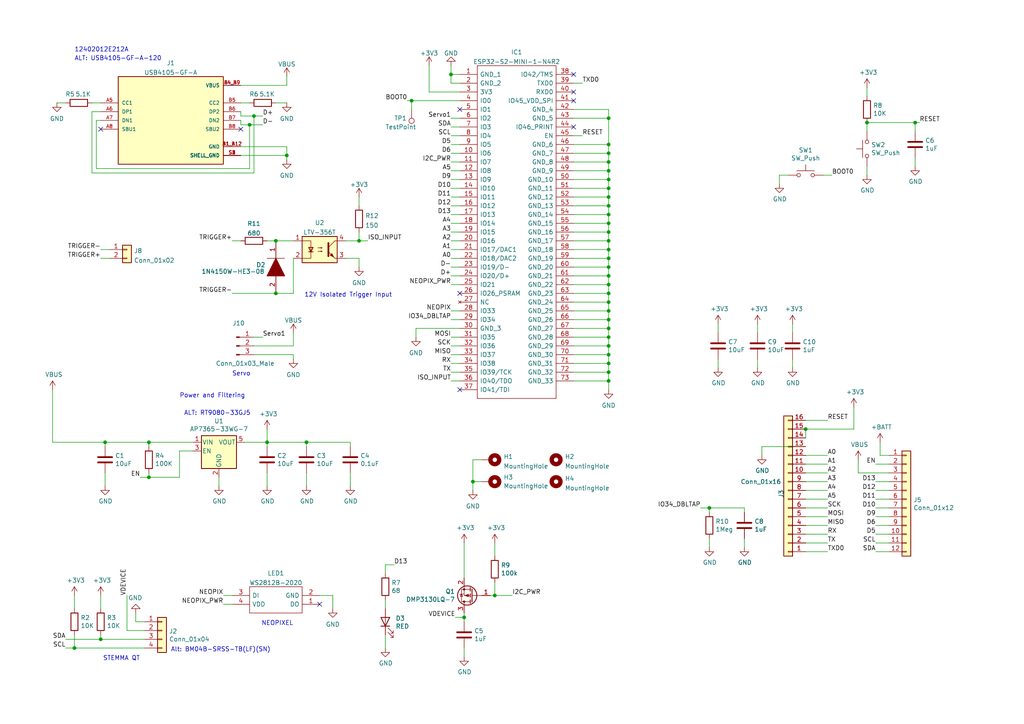
<source format=kicad_sch>
(kicad_sch (version 20211123) (generator eeschema)
  (paper "A4")
  (title_block (title "MiniMain ESP32-S2") (company "Department Of Alchemy") (comment 1 "Designer: Jesse Peterson") (comment 2 "Based On: Adafruit ESP32-S2 Feather"))
  (junction (at 73.66 33.655))
  (junction (at 176.53 57.15))
  (junction (at 176.53 107.95))
  (junction (at 176.53 74.93))
  (junction (at 176.53 110.49))
  (junction (at 176.53 59.69))
  (junction (at 119.38 29.21))
  (junction (at 72.39 36.195))
  (junction (at 137.16 139.7))
  (junction (at 176.53 72.39))
  (junction (at 176.53 85.09))
  (junction (at 176.53 105.41))
  (junction (at 77.47 128.27))
  (junction (at 176.53 52.07))
  (junction (at 88.9 128.27))
  (junction (at 30.48 128.27))
  (junction (at 265.43 35.56))
  (junction (at 176.53 46.99))
  (junction (at 80.01 69.85))
  (junction (at 176.53 95.25))
  (junction (at 176.53 92.71))
  (junction (at 176.53 82.55))
  (junction (at 205.74 147.32))
  (junction (at 176.53 64.77))
  (junction (at 176.53 67.31))
  (junction (at 176.53 41.91))
  (junction (at 176.53 77.47))
  (junction (at 176.53 69.85))
  (junction (at 176.53 49.53))
  (junction (at 43.18 128.27))
  (junction (at 104.14 69.85))
  (junction (at 176.53 80.01))
  (junction (at 176.53 44.45))
  (junction (at 176.53 90.17))
  (junction (at 176.53 97.79))
  (junction (at 43.18 138.43))
  (junction (at 176.53 100.33))
  (junction (at 233.68 124.46))
  (junction (at 134.62 179.07))
  (junction (at 83.185 45.085))
  (junction (at 143.51 172.72))
  (junction (at 176.53 34.29))
  (junction (at 176.53 87.63))
  (junction (at 176.53 54.61))
  (junction (at 21.59 187.96))
  (junction (at 80.01 85.09))
  (junction (at 251.46 35.56))
  (junction (at 176.53 102.87))
  (junction (at 29.21 185.42))
  (junction (at 176.53 62.23))
  (junction (at 130.81 21.59))
  (no_connect (at 69.85 37.465))
  (no_connect (at 29.21 37.465))
  (no_connect (at 92.71 175.26))
  (no_connect (at 133.35 85.09))
  (no_connect (at 133.35 31.75))
  (no_connect (at 166.37 21.59))
  (no_connect (at 166.37 26.67))
  (no_connect (at 166.37 36.83))
  (no_connect (at 166.37 29.21))
  (no_connect (at 133.35 113.03))
  (wire (pts (xy 248.92 137.16) (xy 248.92 133.35)))
  (wire (pts (xy 130.81 54.61) (xy 133.35 54.61)))
  (wire (pts (xy 251.46 50.8) (xy 251.46 48.26)))
  (wire (pts (xy 120.65 95.25) (xy 120.65 97.79)))
  (wire (pts (xy 240.03 139.7) (xy 233.68 139.7)))
  (wire (pts (xy 130.81 52.07) (xy 133.35 52.07)))
  (wire (pts (xy 85.09 74.93) (xy 85.09 85.09)))
  (wire (pts (xy 101.6 140.97) (xy 101.6 137.16)))
  (wire (pts (xy 130.81 80.01) (xy 133.35 80.01)))
  (wire (pts (xy 85.09 100.33) (xy 85.09 96.52)))
  (wire (pts (xy 176.53 97.79) (xy 176.53 100.33)))
  (wire (pts (xy 176.53 102.87) (xy 176.53 105.41)))
  (wire (pts (xy 15.24 113.03) (xy 15.24 128.27)))
  (wire (pts (xy 77.47 124.46) (xy 77.47 128.27)))
  (wire (pts (xy 240.03 137.16) (xy 233.68 137.16)))
  (wire (pts (xy 43.18 128.27) (xy 43.18 129.54)))
  (wire (pts (xy 176.53 77.47) (xy 176.53 80.01)))
  (wire (pts (xy 176.53 52.07) (xy 176.53 54.61)))
  (wire (pts (xy 176.53 85.09) (xy 176.53 87.63)))
  (wire (pts (xy 85.09 102.87) (xy 85.09 104.14)))
  (wire (pts (xy 21.59 187.96) (xy 19.05 187.96)))
  (wire (pts (xy 69.85 29.845) (xy 72.39 29.845)))
  (wire (pts (xy 254 144.78) (xy 257.81 144.78)))
  (wire (pts (xy 139.7 133.35) (xy 137.16 133.35)))
  (wire (pts (xy 166.37 77.47) (xy 176.53 77.47)))
  (wire (pts (xy 257.81 157.48) (xy 254 157.48)))
  (wire (pts (xy 166.37 72.39) (xy 176.53 72.39)))
  (wire (pts (xy 88.9 128.27) (xy 77.47 128.27)))
  (wire (pts (xy 30.48 140.97) (xy 30.48 137.16)))
  (wire (pts (xy 176.53 72.39) (xy 176.53 74.93)))
  (wire (pts (xy 130.81 90.17) (xy 133.35 90.17)))
  (wire (pts (xy 240.03 154.94) (xy 233.68 154.94)))
  (wire (pts (xy 134.62 187.96) (xy 134.62 190.5)))
  (wire (pts (xy 176.53 74.93) (xy 176.53 77.47)))
  (wire (pts (xy 100.33 74.93) (xy 104.14 74.93)))
  (wire (pts (xy 134.62 167.64) (xy 134.62 157.48)))
  (wire (pts (xy 176.53 57.15) (xy 176.53 59.69)))
  (wire (pts (xy 208.28 96.52) (xy 208.28 93.98)))
  (wire (pts (xy 104.14 67.31) (xy 104.14 69.85)))
  (wire (pts (xy 257.81 152.4) (xy 254 152.4)))
  (wire (pts (xy 226.06 53.34) (xy 226.06 50.8)))
  (wire (pts (xy 26.67 29.845) (xy 29.21 29.845)))
  (wire (pts (xy 104.14 74.93) (xy 104.14 77.47)))
  (wire (pts (xy 137.16 133.35) (xy 137.16 139.7)))
  (wire (pts (xy 240.03 144.78) (xy 233.68 144.78)))
  (wire (pts (xy 247.65 124.46) (xy 247.65 118.11)))
  (wire (pts (xy 166.37 85.09) (xy 176.53 85.09)))
  (wire (pts (xy 143.51 168.91) (xy 143.51 172.72)))
  (wire (pts (xy 101.6 129.54) (xy 101.6 128.27)))
  (wire (pts (xy 176.53 54.61) (xy 176.53 57.15)))
  (wire (pts (xy 55.88 128.27) (xy 43.18 128.27)))
  (wire (pts (xy 133.35 26.67) (xy 124.46 26.67)))
  (wire (pts (xy 176.53 41.91) (xy 176.53 44.45)))
  (wire (pts (xy 83.185 22.225) (xy 83.185 24.765)))
  (wire (pts (xy 166.37 44.45) (xy 176.53 44.45)))
  (wire (pts (xy 130.81 110.49) (xy 133.35 110.49)))
  (wire (pts (xy 240.03 121.92) (xy 233.68 121.92)))
  (wire (pts (xy 130.81 57.15) (xy 133.35 57.15)))
  (wire (pts (xy 92.71 172.72) (xy 96.52 172.72)))
  (wire (pts (xy 254 134.62) (xy 257.81 134.62)))
  (wire (pts (xy 241.3 50.8) (xy 238.76 50.8)))
  (wire (pts (xy 29.21 34.925) (xy 27.94 34.925)))
  (wire (pts (xy 67.31 85.09) (xy 80.01 85.09)))
  (wire (pts (xy 130.81 24.13) (xy 133.35 24.13)))
  (wire (pts (xy 26.67 32.385) (xy 26.67 50.165)))
  (wire (pts (xy 41.91 180.34) (xy 39.37 180.34)))
  (wire (pts (xy 132.08 179.07) (xy 134.62 179.07)))
  (wire (pts (xy 176.53 46.99) (xy 176.53 49.53)))
  (wire (pts (xy 118.11 29.21) (xy 119.38 29.21)))
  (wire (pts (xy 166.37 67.31) (xy 176.53 67.31)))
  (wire (pts (xy 166.37 69.85) (xy 176.53 69.85)))
  (wire (pts (xy 143.51 161.29) (xy 143.51 157.48)))
  (wire (pts (xy 29.21 32.385) (xy 26.67 32.385)))
  (wire (pts (xy 166.37 82.55) (xy 176.53 82.55)))
  (wire (pts (xy 130.81 19.05) (xy 130.81 21.59)))
  (wire (pts (xy 176.53 69.85) (xy 176.53 72.39)))
  (wire (pts (xy 208.28 104.14) (xy 208.28 106.68)))
  (wire (pts (xy 176.53 31.75) (xy 176.53 34.29)))
  (wire (pts (xy 229.87 96.52) (xy 229.87 93.98)))
  (wire (pts (xy 72.39 48.895) (xy 72.39 36.195)))
  (wire (pts (xy 166.37 24.13) (xy 168.91 24.13)))
  (wire (pts (xy 21.59 184.15) (xy 21.59 187.96)))
  (wire (pts (xy 257.81 142.24) (xy 254 142.24)))
  (wire (pts (xy 166.37 64.77) (xy 176.53 64.77)))
  (wire (pts (xy 124.46 26.67) (xy 124.46 19.05)))
  (wire (pts (xy 130.81 62.23) (xy 133.35 62.23)))
  (wire (pts (xy 80.01 69.85) (xy 85.09 69.85)))
  (wire (pts (xy 166.37 87.63) (xy 176.53 87.63)))
  (wire (pts (xy 176.53 90.17) (xy 176.53 92.71)))
  (wire (pts (xy 130.81 21.59) (xy 133.35 21.59)))
  (wire (pts (xy 166.37 97.79) (xy 176.53 97.79)))
  (wire (pts (xy 166.37 41.91) (xy 176.53 41.91)))
  (wire (pts (xy 69.85 42.545) (xy 83.185 42.545)))
  (wire (pts (xy 130.81 72.39) (xy 133.35 72.39)))
  (wire (pts (xy 166.37 107.95) (xy 176.53 107.95)))
  (wire (pts (xy 176.53 34.29) (xy 176.53 41.91)))
  (wire (pts (xy 69.85 24.765) (xy 83.185 24.765)))
  (wire (pts (xy 69.85 45.085) (xy 83.185 45.085)))
  (wire (pts (xy 43.18 138.43) (xy 52.07 138.43)))
  (wire (pts (xy 176.53 95.25) (xy 176.53 97.79)))
  (wire (pts (xy 130.81 74.93) (xy 133.35 74.93)))
  (wire (pts (xy 52.07 130.81) (xy 55.88 130.81)))
  (wire (pts (xy 43.18 138.43) (xy 43.18 137.16)))
  (wire (pts (xy 176.53 105.41) (xy 176.53 107.95)))
  (wire (pts (xy 73.66 100.33) (xy 85.09 100.33)))
  (wire (pts (xy 166.37 34.29) (xy 176.53 34.29)))
  (wire (pts (xy 166.37 110.49) (xy 176.53 110.49)))
  (wire (pts (xy 73.66 33.655) (xy 76.2 33.655)))
  (wire (pts (xy 215.9 148.59) (xy 215.9 147.32)))
  (wire (pts (xy 176.53 100.33) (xy 176.53 102.87)))
  (wire (pts (xy 100.33 69.85) (xy 104.14 69.85)))
  (wire (pts (xy 15.24 128.27) (xy 30.48 128.27)))
  (wire (pts (xy 80.01 29.845) (xy 83.185 29.845)))
  (wire (pts (xy 29.21 176.53) (xy 29.21 172.72)))
  (wire (pts (xy 130.81 36.83) (xy 133.35 36.83)))
  (wire (pts (xy 73.66 50.165) (xy 73.66 33.655)))
  (wire (pts (xy 257.81 132.08) (xy 255.27 132.08)))
  (wire (pts (xy 255.27 132.08) (xy 255.27 128.27)))
  (wire (pts (xy 240.03 160.02) (xy 233.68 160.02)))
  (wire (pts (xy 176.53 82.55) (xy 176.53 85.09)))
  (wire (pts (xy 27.94 34.925) (xy 27.94 48.895)))
  (wire (pts (xy 88.9 137.16) (xy 88.9 140.97)))
  (wire (pts (xy 130.81 97.79) (xy 133.35 97.79)))
  (wire (pts (xy 233.68 129.54) (xy 220.98 129.54)))
  (wire (pts (xy 73.66 97.79) (xy 76.2 97.79)))
  (wire (pts (xy 130.81 69.85) (xy 133.35 69.85)))
  (wire (pts (xy 166.37 100.33) (xy 176.53 100.33)))
  (wire (pts (xy 254 160.02) (xy 257.81 160.02)))
  (wire (pts (xy 77.47 137.16) (xy 77.47 140.97)))
  (wire (pts (xy 130.81 41.91) (xy 133.35 41.91)))
  (wire (pts (xy 36.83 172.72) (xy 36.83 182.88)))
  (wire (pts (xy 251.46 35.56) (xy 251.46 38.1)))
  (wire (pts (xy 215.9 147.32) (xy 205.74 147.32)))
  (wire (pts (xy 254 149.86) (xy 257.81 149.86)))
  (wire (pts (xy 166.37 90.17) (xy 176.53 90.17)))
  (wire (pts (xy 166.37 95.25) (xy 176.53 95.25)))
  (wire (pts (xy 266.7 35.56) (xy 265.43 35.56)))
  (wire (pts (xy 176.53 92.71) (xy 176.53 95.25)))
  (wire (pts (xy 130.81 102.87) (xy 133.35 102.87)))
  (wire (pts (xy 114.3 163.83) (xy 111.76 163.83)))
  (wire (pts (xy 71.12 128.27) (xy 77.47 128.27)))
  (wire (pts (xy 26.67 50.165) (xy 73.66 50.165)))
  (wire (pts (xy 229.87 104.14) (xy 229.87 106.68)))
  (wire (pts (xy 240.03 132.08) (xy 233.68 132.08)))
  (wire (pts (xy 205.74 156.21) (xy 205.74 158.75)))
  (wire (pts (xy 76.2 36.195) (xy 72.39 36.195)))
  (wire (pts (xy 254 139.7) (xy 257.81 139.7)))
  (wire (pts (xy 215.9 156.21) (xy 215.9 158.75)))
  (wire (pts (xy 104.14 57.15) (xy 104.14 59.69)))
  (wire (pts (xy 111.76 163.83) (xy 111.76 166.37)))
  (wire (pts (xy 119.38 29.21) (xy 133.35 29.21)))
  (wire (pts (xy 29.21 184.15) (xy 29.21 185.42)))
  (wire (pts (xy 166.37 92.71) (xy 176.53 92.71)))
  (wire (pts (xy 176.53 110.49) (xy 176.53 113.03)))
  (wire (pts (xy 130.81 100.33) (xy 133.35 100.33)))
  (wire (pts (xy 39.37 180.34) (xy 39.37 177.8)))
  (wire (pts (xy 134.62 179.07) (xy 134.62 177.8)))
  (wire (pts (xy 111.76 173.99) (xy 111.76 176.53)))
  (wire (pts (xy 29.21 72.39) (xy 31.75 72.39)))
  (wire (pts (xy 29.21 185.42) (xy 19.05 185.42)))
  (wire (pts (xy 73.66 33.655) (xy 69.85 33.655)))
  (wire (pts (xy 176.53 44.45) (xy 176.53 46.99)))
  (wire (pts (xy 220.98 129.54) (xy 220.98 132.08)))
  (wire (pts (xy 30.48 129.54) (xy 30.48 128.27)))
  (wire (pts (xy 137.16 139.7) (xy 137.16 142.24)))
  (wire (pts (xy 16.51 29.845) (xy 19.05 29.845)))
  (wire (pts (xy 36.83 182.88) (xy 41.91 182.88)))
  (wire (pts (xy 64.77 175.26) (xy 67.31 175.26)))
  (wire (pts (xy 137.16 139.7) (xy 139.7 139.7)))
  (wire (pts (xy 72.39 36.195) (xy 69.85 36.195)))
  (wire (pts (xy 257.81 147.32) (xy 254 147.32)))
  (wire (pts (xy 166.37 39.37) (xy 168.91 39.37)))
  (wire (pts (xy 233.68 127) (xy 233.68 124.46)))
  (wire (pts (xy 240.03 152.4) (xy 233.68 152.4)))
  (wire (pts (xy 166.37 49.53) (xy 176.53 49.53)))
  (wire (pts (xy 29.21 74.93) (xy 31.75 74.93)))
  (wire (pts (xy 130.81 92.71) (xy 133.35 92.71)))
  (wire (pts (xy 176.53 87.63) (xy 176.53 90.17)))
  (wire (pts (xy 119.38 29.21) (xy 119.38 31.75)))
  (wire (pts (xy 176.53 49.53) (xy 176.53 52.07)))
  (wire (pts (xy 77.47 128.27) (xy 77.47 129.54)))
  (wire (pts (xy 166.37 31.75) (xy 176.53 31.75)))
  (wire (pts (xy 64.77 172.72) (xy 67.31 172.72)))
  (wire (pts (xy 205.74 147.32) (xy 205.74 148.59)))
  (wire (pts (xy 166.37 54.61) (xy 176.53 54.61)))
  (wire (pts (xy 130.81 44.45) (xy 133.35 44.45)))
  (wire (pts (xy 203.2 147.32) (xy 205.74 147.32)))
  (wire (pts (xy 166.37 57.15) (xy 176.53 57.15)))
  (wire (pts (xy 96.52 172.72) (xy 96.52 176.53)))
  (wire (pts (xy 254 154.94) (xy 257.81 154.94)))
  (wire (pts (xy 176.53 64.77) (xy 176.53 67.31)))
  (wire (pts (xy 166.37 52.07) (xy 176.53 52.07)))
  (wire (pts (xy 63.5 140.97) (xy 63.5 138.43)))
  (wire (pts (xy 142.24 172.72) (xy 143.51 172.72)))
  (wire (pts (xy 240.03 147.32) (xy 233.68 147.32)))
  (wire (pts (xy 69.85 33.655) (xy 69.85 32.385)))
  (wire (pts (xy 130.81 59.69) (xy 133.35 59.69)))
  (wire (pts (xy 240.03 149.86) (xy 233.68 149.86)))
  (wire (pts (xy 30.48 128.27) (xy 43.18 128.27)))
  (wire (pts (xy 265.43 35.56) (xy 251.46 35.56)))
  (wire (pts (xy 133.35 95.25) (xy 120.65 95.25)))
  (wire (pts (xy 166.37 105.41) (xy 176.53 105.41)))
  (wire (pts (xy 21.59 176.53) (xy 21.59 172.72)))
  (wire (pts (xy 134.62 180.34) (xy 134.62 179.07)))
  (wire (pts (xy 77.47 69.85) (xy 80.01 69.85)))
  (wire (pts (xy 219.71 96.52) (xy 219.71 93.98)))
  (wire (pts (xy 130.81 67.31) (xy 133.35 67.31)))
  (wire (pts (xy 143.51 172.72) (xy 148.59 172.72)))
  (wire (pts (xy 130.81 39.37) (xy 133.35 39.37)))
  (wire (pts (xy 130.81 105.41) (xy 133.35 105.41)))
  (wire (pts (xy 240.03 142.24) (xy 233.68 142.24)))
  (wire (pts (xy 265.43 48.26) (xy 265.43 45.72)))
  (wire (pts (xy 111.76 184.15) (xy 111.76 187.96)))
  (wire (pts (xy 219.71 104.14) (xy 219.71 106.68)))
  (wire (pts (xy 69.85 36.195) (xy 69.85 34.925)))
  (wire (pts (xy 101.6 128.27) (xy 88.9 128.27)))
  (wire (pts (xy 240.03 134.62) (xy 233.68 134.62)))
  (wire (pts (xy 130.81 107.95) (xy 133.35 107.95)))
  (wire (pts (xy 130.81 46.99) (xy 133.35 46.99)))
  (wire (pts (xy 176.53 80.01) (xy 176.53 82.55)))
  (wire (pts (xy 27.94 48.895) (xy 72.39 48.895)))
  (wire (pts (xy 83.185 45.085) (xy 83.185 46.355)))
  (wire (pts (xy 176.53 62.23) (xy 176.53 64.77)))
  (wire (pts (xy 130.81 77.47) (xy 133.35 77.47)))
  (wire (pts (xy 265.43 38.1) (xy 265.43 35.56)))
  (wire (pts (xy 130.81 34.29) (xy 133.35 34.29)))
  (wire (pts (xy 166.37 46.99) (xy 176.53 46.99)))
  (wire (pts (xy 104.14 69.85) (xy 106.68 69.85)))
  (wire (pts (xy 176.53 59.69) (xy 176.53 62.23)))
  (wire (pts (xy 85.09 85.09) (xy 80.01 85.09)))
  (wire (pts (xy 130.81 82.55) (xy 133.35 82.55)))
  (wire (pts (xy 83.185 42.545) (xy 83.185 45.085)))
  (wire (pts (xy 73.66 102.87) (xy 85.09 102.87)))
  (wire (pts (xy 130.81 64.77) (xy 133.35 64.77)))
  (wire (pts (xy 41.91 185.42) (xy 29.21 185.42)))
  (wire (pts (xy 130.81 49.53) (xy 133.35 49.53)))
  (wire (pts (xy 166.37 62.23) (xy 176.53 62.23)))
  (wire (pts (xy 176.53 107.95) (xy 176.53 110.49)))
  (wire (pts (xy 67.31 69.85) (xy 69.85 69.85)))
  (wire (pts (xy 166.37 80.01) (xy 176.53 80.01)))
  (wire (pts (xy 226.06 50.8) (xy 228.6 50.8)))
  (wire (pts (xy 251.46 25.4) (xy 251.46 27.94)))
  (wire (pts (xy 130.81 21.59) (xy 130.81 24.13)))
  (wire (pts (xy 40.64 138.43) (xy 43.18 138.43)))
  (wire (pts (xy 240.03 157.48) (xy 233.68 157.48)))
  (wire (pts (xy 166.37 59.69) (xy 176.53 59.69)))
  (wire (pts (xy 233.68 124.46) (xy 247.65 124.46)))
  (wire (pts (xy 52.07 138.43) (xy 52.07 130.81)))
  (wire (pts (xy 88.9 129.54) (xy 88.9 128.27)))
  (wire (pts (xy 257.81 137.16) (xy 248.92 137.16)))
  (wire (pts (xy 166.37 102.87) (xy 176.53 102.87)))
  (wire (pts (xy 166.37 74.93) (xy 176.53 74.93)))
  (wire (pts (xy 41.91 187.96) (xy 21.59 187.96)))
  (wire (pts (xy 176.53 67.31) (xy 176.53 69.85)))
  (text "Alt: BM04B-SRSS-TB(LF)(SN)" (at 49.53 189.23 0) (effects (font (size 1.27 1.27)) (justify left bottom)))
  (text "ALT: RT9080-33GJ5" (at 53.34 120.65 0) (effects (font (size 1.27 1.27)) (justify left bottom)))
  (text "NEOPIXEL" (at 85.09 181.61 180) (effects (font (size 1.27 1.27)) (justify right bottom)))
  (text "12402012E212A" (at 21.59 15.24 0) (effects (font (size 1.27 1.27)) (justify left bottom)))
  (text "12V Isolated Trigger Input" (at 88.265 86.36 0) (effects (font (size 1.27 1.27)) (justify left bottom)))
  (text "ALT: USB4105-GF-A-120" (at 21.59 17.78 0) (effects (font (size 1.27 1.27)) (justify left bottom)))
  (text "STEMMA QT" (at 40.64 191.77 180) (effects (font (size 1.27 1.27)) (justify right bottom)))
  (text "Servo" (at 67.31 109.22 0) (effects (font (size 1.27 1.27)) (justify left bottom)))
  (text "Power and Filtering" (at 52.07 115.57 0) (effects (font (size 1.27 1.27)) (justify left bottom)))
  (label "RX" (at 240.03 154.94 0))
  (label "SDA" (at 19.05 185.42 180))
  (label "SCL" (at 130.81 39.37 180))
  (label "D+" (at 76.2 33.655 0))
  (label "A4" (at 240.03 142.24 0))
  (label "RESET" (at 266.7 35.56 0))
  (label "A5" (at 240.03 144.78 0))
  (label "IO34_DBLTAP" (at 130.81 92.71 180))
  (label "MISO" (at 130.81 102.87 180))
  (label "D-" (at 130.81 77.47 180))
  (label "ISO_INPUT" (at 130.81 110.49 180))
  (label "RESET" (at 240.03 121.92 0))
  (label "NEOPIX_PWR" (at 64.77 175.26 180))
  (label "D12" (at 254 142.24 180))
  (label "A5" (at 130.81 49.53 180))
  (label "SCK" (at 240.03 147.32 0))
  (label "D13" (at 114.3 163.83 0))
  (label "D11" (at 130.81 57.15 180))
  (label "D5" (at 130.81 41.91 180))
  (label "TRIGGER+" (at 67.31 69.85 180))
  (label "D9" (at 254 149.86 180))
  (label "IO34_DBLTAP" (at 203.2 147.32 180))
  (label "BOOT0" (at 241.3 50.8 0))
  (label "D5" (at 254 154.94 180))
  (label "A2" (at 130.81 69.85 180))
  (label "A3" (at 130.81 67.31 180))
  (label "D13" (at 254 139.7 180))
  (label "I2C_PWR" (at 148.59 172.72 0))
  (label "EN" (at 40.64 138.43 180))
  (label "A2" (at 240.03 137.16 0))
  (label "RX" (at 130.81 105.41 180))
  (label "SDA" (at 130.81 36.83 180))
  (label "A4" (at 130.81 64.77 180))
  (label "D-" (at 76.2 36.195 0))
  (label "NEOPIX_PWR" (at 130.81 82.55 180))
  (label "TRIGGER+" (at 29.21 74.93 180))
  (label "NEOPIX" (at 130.81 90.17 180))
  (label "BOOT0" (at 118.11 29.21 180))
  (label "MOSI" (at 130.81 97.79 180))
  (label "A0" (at 130.81 74.93 180))
  (label "Servo1" (at 130.81 34.29 180))
  (label "SCK" (at 130.81 100.33 180))
  (label "TX" (at 130.81 107.95 180))
  (label "SDA" (at 254 160.02 180))
  (label "TRIGGER-" (at 67.31 85.09 180))
  (label "TX" (at 240.03 157.48 0))
  (label "MOSI" (at 240.03 149.86 0))
  (label "MISO" (at 240.03 152.4 0))
  (label "D11" (at 254 144.78 180))
  (label "D10" (at 130.81 54.61 180))
  (label "RESET" (at 168.91 39.37 0))
  (label "SCL" (at 19.05 187.96 180))
  (label "VDEVICE" (at 36.83 172.72 90))
  (label "ISO_INPUT" (at 106.68 69.85 0))
  (label "VDEVICE" (at 132.08 179.07 180))
  (label "A0" (at 240.03 132.08 0))
  (label "EN" (at 254 134.62 180))
  (label "D+" (at 130.81 80.01 180))
  (label "SCL" (at 254 157.48 180))
  (label "NEOPIX" (at 64.77 172.72 180))
  (label "A3" (at 240.03 139.7 0))
  (label "D6" (at 254 152.4 180))
  (label "A1" (at 240.03 134.62 0))
  (label "TXD0" (at 168.91 24.13 0))
  (label "D12" (at 130.81 59.69 180))
  (label "TRIGGER-" (at 29.21 72.39 180))
  (label "TXD0" (at 240.03 160.02 0))
  (label "D9" (at 130.81 52.07 180))
  (label "D10" (at 254 147.32 180))
  (label "D13" (at 130.81 62.23 180))
  (label "Servo1" (at 76.2 97.79 0))
  (label "A1" (at 130.81 72.39 180))
  (label "D6" (at 130.81 44.45 180))
  (label "I2C_PWR" (at 130.81 46.99 180))
  (symbol (lib_id "Connector_Generic:Conn_01x12") (at 262.89 144.78 0) (unit 1)
    (property "Reference" "J5" (at 264.922 144.9832 0) (effects (justify left)))
    (property "Value" "Conn_01x12" (at 264.922 147.2946 0) (effects (justify left)))
    (property "Footprint" "doa-footprint-library:PinHeaderPlain_1x12_P2.54mm_Vertical" (effects hide))
  )
  (symbol (lib_id "Connector_Generic:Conn_01x16") (at 228.6 142.24 180) (unit 1)
    (property "Reference" "J3" (at 226.568 142.0368 90) (effects (justify left)))
    (property "Value" "Conn_01x16" (at 226.568 139.7254 0) (effects (justify left)))
    (property "Footprint" "doa-footprint-library:PinHeaderPlain_1x16_P2.54mm_Vertical" (effects hide))
  )
  (symbol (lib_id "power:GND") (at 220.98 132.08 0) (unit 1)
    (property "Reference" "#PWR0101" (effects hide))
    (property "Value" "GND" (at 221.107 136.4742 0))
  )
  (symbol (lib_id "power:+3.3V") (at 247.65 118.11 0) (unit 1)
    (property "Reference" "#PWR0102" (effects hide))
    (property "Value" "+3.3V" (at 248.031 113.7158 0))
  )
  (symbol (lib_id "power:+BATT") (at 255.27 128.27 0) (unit 1)
    (property "Reference" "#PWR0103" (effects hide))
    (property "Value" "+BATT" (at 255.651 123.8758 0))
  )
  (symbol (lib_id "power:VBUS") (at 248.92 133.35 0) (unit 1)
    (property "Reference" "#PWR0104" (effects hide))
    (property "Value" "VBUS" (at 249.301 128.9558 0))
  )
  (symbol (lib_id "Connector_Generic:Conn_01x04") (at 46.99 182.88 0) (unit 1)
    (property "Reference" "J2" (at 49.022 183.0832 0) (effects (justify left)))
    (property "Value" "Conn_01x04" (at 49.022 185.3946 0) (effects (justify left)))
    (property "Footprint" "Connector_JST:JST_SH_BM04B-SRSS-TB_1x04-1MP_P1.00mm_Vertical" (effects hide))
  )
  (symbol (lib_id "power:GND") (at 39.37 177.8 180) (unit 1)
    (property "Reference" "#PWR0105" (effects hide))
    (property "Value" "GND" (at 39.243 173.4058 0))
  )
  (symbol (lib_id "Device:R") (at 21.59 180.34 0) (unit 1)
    (property "Reference" "R2" (at 23.368 179.1716 0) (effects (justify left)))
    (property "Value" "10K" (at 23.368 181.483 0) (effects (justify left)))
    (property "Footprint" "Resistor_SMD:R_0603_1608Metric" (effects hide))
  )
  (symbol (lib_id "Device:R") (at 29.21 180.34 0) (unit 1)
    (property "Reference" "R3" (at 30.988 179.1716 0) (effects (justify left)))
    (property "Value" "10K" (at 30.988 181.483 0) (effects (justify left)))
    (property "Footprint" "Resistor_SMD:R_0603_1608Metric" (effects hide))
  )
  (symbol (lib_id "power:+3.3V") (at 21.59 172.72 0) (unit 1)
    (property "Reference" "#PWR0106" (effects hide))
    (property "Value" "+3.3V" (at 21.971 168.3258 0))
  )
  (symbol (lib_id "power:+3.3V") (at 29.21 172.72 0) (unit 1)
    (property "Reference" "#PWR0107" (effects hide))
    (property "Value" "+3.3V" (at 29.591 168.3258 0))
  )
  (symbol (lib_id "power:GND") (at 111.76 187.96 0) (unit 1)
    (property "Reference" "#PWR0109" (effects hide))
    (property "Value" "GND" (at 111.887 192.3542 0))
  )
  (symbol (lib_id "Device:LED") (at 111.76 180.34 90) (unit 1)
    (property "Reference" "D3" (at 114.7572 179.3494 90) (effects (justify right)))
    (property "Value" "RED" (at 114.7572 181.6608 90) (effects (justify right)))
    (property "Footprint" "LED_SMD:LED_0603_1608Metric" (effects hide))
  )
  (symbol (lib_id "Device:R") (at 111.76 170.18 0) (unit 1)
    (property "Reference" "R7" (at 113.538 169.0116 0) (effects (justify left)))
    (property "Value" "68" (at 113.538 171.323 0) (effects (justify left)))
    (property "Footprint" "Resistor_SMD:R_0603_1608Metric" (effects hide))
  )
  (symbol (lib_id "Device:R") (at 205.74 152.4 0) (unit 1)
    (property "Reference" "R10" (at 207.518 151.2316 0) (effects (justify left)))
    (property "Value" "1Meg" (at 207.518 153.543 0) (effects (justify left)))
    (property "Footprint" "Resistor_SMD:R_0603_1608Metric" (effects hide))
  )
  (symbol (lib_id "Device:C") (at 215.9 152.4 0) (unit 1)
    (property "Reference" "C8" (at 218.821 151.2316 0) (effects (justify left)))
    (property "Value" "1uF" (at 218.821 153.543 0) (effects (justify left)))
    (property "Footprint" "Capacitor_SMD:C_0603_1608Metric" (effects hide))
  )
  (symbol (lib_id "power:GND") (at 205.74 158.75 0) (unit 1)
    (property "Reference" "#PWR0112" (effects hide))
    (property "Value" "GND" (at 205.867 163.1442 0))
  )
  (symbol (lib_id "power:GND") (at 215.9 158.75 0) (unit 1)
    (property "Reference" "#PWR0113" (effects hide))
    (property "Value" "GND" (at 216.027 163.1442 0))
  )
  (symbol (lib_id "Device:C") (at 208.28 100.33 0) (unit 1)
    (property "Reference" "C7" (at 211.201 99.1616 0) (effects (justify left)))
    (property "Value" "10uF" (at 211.201 101.473 0) (effects (justify left)))
    (property "Footprint" "Capacitor_SMD:C_0402_1005Metric" (effects hide))
  )
  (symbol (lib_id "Device:C") (at 219.71 100.33 0) (unit 1)
    (property "Reference" "C9" (at 222.631 99.1616 0) (effects (justify left)))
    (property "Value" "10uF" (at 222.631 101.473 0) (effects (justify left)))
    (property "Footprint" "Capacitor_SMD:C_0603_1608Metric" (effects hide))
  )
  (symbol (lib_id "Device:C") (at 229.87 100.33 0) (unit 1)
    (property "Reference" "C10" (at 232.791 99.1616 0) (effects (justify left)))
    (property "Value" "1uF" (at 232.791 101.473 0) (effects (justify left)))
    (property "Footprint" "Capacitor_SMD:C_0603_1608Metric" (effects hide))
  )
  (symbol (lib_id "power:+3.3V") (at 208.28 93.98 0) (unit 1)
    (property "Reference" "#PWR0114" (effects hide))
    (property "Value" "+3.3V" (at 208.661 89.5858 0))
  )
  (symbol (lib_id "power:+3.3V") (at 219.71 93.98 0) (unit 1)
    (property "Reference" "#PWR0115" (effects hide))
    (property "Value" "+3.3V" (at 220.091 89.5858 0))
  )
  (symbol (lib_id "power:+3.3V") (at 229.87 93.98 0) (unit 1)
    (property "Reference" "#PWR0116" (effects hide))
    (property "Value" "+3.3V" (at 230.251 89.5858 0))
  )
  (symbol (lib_id "power:GND") (at 208.28 106.68 0) (unit 1)
    (property "Reference" "#PWR0117" (effects hide))
    (property "Value" "GND" (at 208.407 111.0742 0))
  )
  (symbol (lib_id "power:GND") (at 219.71 106.68 0) (unit 1)
    (property "Reference" "#PWR0118" (effects hide))
    (property "Value" "GND" (at 219.837 111.0742 0))
  )
  (symbol (lib_id "power:GND") (at 229.87 106.68 0) (unit 1)
    (property "Reference" "#PWR0119" (effects hide))
    (property "Value" "GND" (at 229.997 111.0742 0))
  )
  (symbol (lib_id "Switch:SW_Push") (at 233.68 50.8 0) (unit 1)
    (property "Reference" "SW1" (at 233.68 43.561 0))
    (property "Value" "SW_Push" (at 233.68 45.8724 0))
    (property "Footprint" "Button_Switch_SMD:SW_Push_1P1T_NO_CK_KMR2" (effects hide))
  )
  (symbol (lib_id "power:GND") (at 226.06 53.34 0) (unit 1)
    (property "Reference" "#PWR0124" (effects hide))
    (property "Value" "GND" (at 226.187 57.7342 0))
  )
  (symbol (lib_id "Switch:SW_Push") (at 251.46 43.18 90) (unit 1)
    (property "Reference" "SW2" (at 252.6792 42.0116 90) (effects (justify right)))
    (property "Value" "SW_Push" (at 252.6792 44.323 90) (effects (justify right)))
    (property "Footprint" "Button_Switch_SMD:SW_Push_1P1T_NO_CK_KMR2" (effects hide))
  )
  (symbol (lib_id "power:GND") (at 251.46 50.8 0) (unit 1)
    (property "Reference" "#PWR0125" (effects hide))
    (property "Value" "GND" (at 251.587 55.1942 0))
  )
  (symbol (lib_id "Device:R") (at 251.46 31.75 0) (unit 1)
    (property "Reference" "R8" (at 253.238 30.5816 0) (effects (justify left)))
    (property "Value" "10K" (at 253.238 32.893 0) (effects (justify left)))
    (property "Footprint" "Resistor_SMD:R_0603_1608Metric" (effects hide))
  )
  (symbol (lib_id "power:+3.3V") (at 251.46 25.4 0) (unit 1)
    (property "Reference" "#PWR0126" (effects hide))
    (property "Value" "+3.3V" (at 251.841 21.0058 0))
  )
  (symbol (lib_id "Device:C") (at 265.43 41.91 0) (unit 1)
    (property "Reference" "C6" (at 268.351 40.7416 0) (effects (justify left)))
    (property "Value" "1uF" (at 268.351 43.053 0) (effects (justify left)))
    (property "Footprint" "Capacitor_SMD:C_0603_1608Metric" (effects hide))
  )
  (symbol (lib_id "power:GND") (at 265.43 48.26 0) (unit 1)
    (property "Reference" "#PWR0127" (effects hide))
    (property "Value" "GND" (at 265.557 52.6542 0))
  )
  (symbol (lib_id "Regulator_Linear:AP2112K-3.3") (at 63.5 130.81 0) (unit 1)
    (property "Reference" "U1" (at 63.5 122.1232 0))
    (property "Value" "AP7365-33WG-7" (at 63.5 124.4346 0))
    (property "Footprint" "Package_TO_SOT_SMD:SOT-23-5" (effects hide))
    (property "Datasheet" "https://www.diodes.com/assets/Datasheets/AP2112.pdf" (effects hide))
  )
  (symbol (lib_id "Device:R") (at 43.18 133.35 0) (unit 1)
    (property "Reference" "R4" (at 44.958 132.1816 0) (effects (justify left)))
    (property "Value" "100K" (at 44.958 134.493 0) (effects (justify left)))
    (property "Footprint" "Resistor_SMD:R_0603_1608Metric" (effects hide))
  )
  (symbol (lib_id "power:GND") (at 63.5 140.97 0) (unit 1)
    (property "Reference" "#PWR0128" (effects hide))
    (property "Value" "GND" (at 63.627 145.3642 0))
  )
  (symbol (lib_id "power:VBUS") (at 15.24 113.03 0) (unit 1)
    (property "Reference" "#PWR0129" (effects hide))
    (property "Value" "VBUS" (at 15.621 108.6358 0))
  )
  (symbol (lib_id "Device:C") (at 30.48 133.35 0) (unit 1)
    (property "Reference" "C1" (at 33.401 132.1816 0) (effects (justify left)))
    (property "Value" "10uF" (at 33.401 134.493 0) (effects (justify left)))
    (property "Footprint" "Capacitor_SMD:C_0603_1608Metric" (effects hide))
  )
  (symbol (lib_id "power:GND") (at 30.48 140.97 0) (unit 1)
    (property "Reference" "#PWR0131" (effects hide))
    (property "Value" "GND" (at 30.607 145.3642 0))
  )
  (symbol (lib_id "Device:C") (at 77.47 133.35 0) (unit 1)
    (property "Reference" "C2" (at 80.391 132.1816 0) (effects (justify left)))
    (property "Value" "10uF" (at 80.391 134.493 0) (effects (justify left)))
    (property "Footprint" "Capacitor_SMD:C_0603_1608Metric" (effects hide))
  )
  (symbol (lib_id "power:GND") (at 77.47 140.97 0) (unit 1)
    (property "Reference" "#PWR0132" (effects hide))
    (property "Value" "GND" (at 77.597 145.3642 0))
  )
  (symbol (lib_id "power:+3.3V") (at 77.47 124.46 0) (unit 1)
    (property "Reference" "#PWR0133" (effects hide))
    (property "Value" "+3.3V" (at 77.851 120.0658 0))
  )
  (symbol (lib_id "Device:C") (at 88.9 133.35 0) (unit 1)
    (property "Reference" "C3" (at 91.821 132.1816 0) (effects (justify left)))
    (property "Value" "10uF" (at 91.821 134.493 0) (effects (justify left)))
    (property "Footprint" "Capacitor_SMD:C_0603_1608Metric" (effects hide))
  )
  (symbol (lib_id "power:GND") (at 88.9 140.97 0) (unit 1)
    (property "Reference" "#PWR0134" (effects hide))
    (property "Value" "GND" (at 89.027 145.3642 0))
  )
  (symbol (lib_id "Device:C") (at 101.6 133.35 0) (unit 1)
    (property "Reference" "C4" (at 104.521 132.1816 0) (effects (justify left)))
    (property "Value" "0.1uF" (at 104.521 134.493 0) (effects (justify left)))
    (property "Footprint" "Capacitor_SMD:C_0603_1608Metric" (effects hide))
  )
  (symbol (lib_id "power:GND") (at 101.6 140.97 0) (unit 1)
    (property "Reference" "#PWR0135" (effects hide))
    (property "Value" "GND" (at 101.727 145.3642 0))
  )
  (symbol (lib_id "Device:R") (at 143.51 165.1 0) (unit 1)
    (property "Reference" "R9" (at 145.288 163.9316 0) (effects (justify left)))
    (property "Value" "100k" (at 145.288 166.243 0) (effects (justify left)))
    (property "Footprint" "Resistor_SMD:R_0603_1608Metric" (effects hide))
  )
  (symbol (lib_id "power:+3.3V") (at 143.51 157.48 0) (unit 1)
    (property "Reference" "#PWR0138" (effects hide))
    (property "Value" "+3.3V" (at 143.891 153.0858 0))
  )
  (symbol (lib_id "power:+3.3V") (at 134.62 157.48 0) (unit 1)
    (property "Reference" "#PWR0139" (effects hide))
    (property "Value" "+3.3V" (at 135.001 153.0858 0))
  )
  (symbol (lib_id "Transistor_FET:AO3401A") (at 137.16 172.72 180) (unit 1)
    (property "Reference" "Q1" (at 131.953 171.5516 0) (effects (justify left)))
    (property "Value" "DMP3130LQ-7" (at 131.953 173.863 0) (effects (justify left)))
    (property "Footprint" "Package_TO_SOT_SMD:SOT-23" (effects hide))
    (property "Datasheet" "http://www.aosmd.com/pdfs/datasheet/AO3401A.pdf" (effects hide))
  )
  (symbol (lib_id "Device:C") (at 134.62 184.15 0) (unit 1)
    (property "Reference" "C5" (at 137.541 182.9816 0) (effects (justify left)))
    (property "Value" "1uF" (at 137.541 185.293 0) (effects (justify left)))
    (property "Footprint" "Capacitor_SMD:C_0603_1608Metric" (effects hide))
  )
  (symbol (lib_id "power:GND") (at 134.62 190.5 0) (unit 1)
    (property "Reference" "#PWR0140" (effects hide))
    (property "Value" "GND" (at 134.747 194.8942 0))
  )
  (symbol (lib_id "power:GND") (at 85.09 104.14 0) (unit 1)
    (property "Reference" "#PWR0147" (effects hide))
    (property "Value" "GND" (at 85.09 108.7025 0))
  )
  (symbol (lib_id "power:+3.3V") (at 124.46 19.05 0) (unit 1)
    (property "Reference" "#PWR0108" (effects hide))
    (property "Value" "+3.3V" (at 124.46 15.4455 0))
  )
  (symbol (lib_id "power:GND") (at 137.16 142.24 0) (unit 1)
    (property "Reference" "#PWR0130" (effects hide))
    (property "Value" "GND" (at 137.16 146.8025 0))
  )
  (symbol (lib_id "Connector:TestPoint") (at 119.38 31.75 180) (unit 1)
    (property "Reference" "TP1" (at 114.3 34.29 0) (effects (justify right)))
    (property "Value" "TestPoint" (at 111.76 36.83 0) (effects (justify right)))
    (property "Footprint" "TestPoint:TestPoint_Pad_D1.5mm" (effects hide))
  )
  (symbol (lib_id "power:VBUS") (at 85.09 96.52 0) (unit 1)
    (property "Reference" "#PWR0148" (effects hide))
    (property "Value" "VBUS" (at 85.09 92.9155 0))
  )
  (symbol (lib_id "Mechanical:MountingHole_Pad") (at 142.24 139.7 270) (unit 1)
    (property "Reference" "H3" (at 146.05 138.43 90) (effects (justify left)))
    (property "Value" "MountingHole" (at 146.05 140.97 90) (effects (justify left)))
    (property "Footprint" "MountingHole:MountingHole_2.7mm_M2.5_ISO14580_Pad" (effects hide))
  )
  (symbol (lib_id "Connector_Generic:Conn_01x02") (at 36.83 72.39 0) (unit 1)
    (property "Reference" "J8" (at 38.862 72.7515 0) (effects (justify left)))
    (property "Value" "Conn_01x02" (at 38.862 75.5266 0) (effects (justify left)))
    (property "Footprint" "doa-footprint-library:OSTVN02A150" (effects hide))
  )
  (symbol (lib_id "doa-symbol-library:WS2812B-2020") (at 67.31 172.72 0) (unit 1)
    (property "Reference" "LED1" (at 80.01 166.2643 0))
    (property "Value" "WS2812B-2020" (at 80.01 169.0394 0))
    (property "Footprint" "doa-footprint-library:WS2812B2020" (effects hide))
    (property "Datasheet" "https://www.alldatasheet.com/datasheet-pdf/pdf/1134522/WORLDSEMI/WS2812B-2020.html" (effects hide))
    (property "Description" "LED; SMD; 2020; RGB; 2x2x0.84mm; 3.75.3V; Lens: transparent; 2kHz" (effects hide))
    (property "Height" "0.84" (effects hide))
    (property "Manufacturer_Name" "Worldsemi" (effects hide))
    (property "Manufacturer_Part_Number" "WS2812B-2020" (effects hide))
  )
  (symbol (lib_id "power:GND") (at 96.52 176.53 0) (unit 1)
    (property "Reference" "#PWR0141" (effects hide))
    (property "Value" "GND" (at 96.52 181.0925 0))
  )
  (symbol (lib_id "Connector:Conn_01x03_Male") (at 68.58 100.33 0) (unit 1)
    (property "Reference" "J10" (at 69.215 93.7473 0))
    (property "Value" "Conn_01x03_Male" (at 71.12 105.41 0))
    (property "Footprint" "Connector_PinHeader_2.54mm:PinHeader_1x03_P2.54mm_Vertical" (effects hide))
  )
  (symbol (lib_id "Mechanical:MountingHole") (at 161.29 133.35 0) (unit 1)
    (property "Reference" "H2" (at 163.83 132.4415 0) (effects (justify left)))
    (property "Value" "MountingHole" (at 163.83 135.2166 0) (effects (justify left)))
    (property "Footprint" "MountingHole:MountingHole_2.7mm_M2.5_ISO14580" (effects hide))
  )
  (symbol (lib_id "Mechanical:MountingHole_Pad") (at 142.24 133.35 270) (unit 1)
    (property "Reference" "H1" (at 146.05 132.4415 90) (effects (justify left)))
    (property "Value" "MountingHole" (at 146.05 135.2166 90) (effects (justify left)))
    (property "Footprint" "MountingHole:MountingHole_2.7mm_M2.5_ISO14580_Pad" (effects hide))
  )
  (symbol (lib_id "doa-symbol-library:ESP32-S2-MINI-1-N4R2") (at 133.35 21.59 0) (unit 1)
    (property "Reference" "IC1" (at 149.86 15.1343 0))
    (property "Value" "ESP32-S2-MINI-1-N4R2" (at 149.86 17.9094 0))
    (property "Footprint" "doa-footprint-library:ESP32S2MINI1N4R2" (effects hide))
    (property "Datasheet" "https://cz.mouser.com/datasheet/2/891/esp32_s2_mini_1_esp32_s2_mini_1u_datasheet_en-1928084.pdf" (effects hide))
    (property "Description" "WiFi Modules - 802.11 SMD module, ESP32-S2FN4R2 with 4 MB flash die and 2 MB PSRAM die inside, PCB antenna" (effects hide))
    (property "Height" "2.55" (effects hide))
    (property "Manufacturer_Name" "Espressif Systems" (effects hide))
    (property "Manufacturer_Part_Number" "ESP32-S2-MINI-1-N4R2" (effects hide))
    (property "Mouser Part Number" "356-ESP32S2MINI1N4R2" (effects hide))
    (property "Mouser Price/Stock" "https://www.mouser.co.uk/ProductDetail/Espressif-Systems/ESP32-S2-MINI-1-N4R2?qs=iLbezkQI%252Bsgb61FCBnw%252B9A%3D%3D" (effects hide))
  )
  (symbol (lib_id "doa-symbol-library:USB4105-GF-A") (at 49.53 34.925 0) (unit 1)
    (property "Reference" "J1" (at 49.53 18.2585 0))
    (property "Value" "USB4105-GF-A" (at 49.53 21.0336 0))
    (property "Footprint" "doa-footprint-library:GCT_USB4105-GF-A" (effects hide))
    (property "STANDARD" "Manufacturer Recommendations" (effects hide))
    (property "MAXIMUM_PACKAGE_HEIGHT" "3.31 mm" (effects hide))
    (property "PARTREV" "A3" (effects hide))
    (property "MANUFACTURER" "GCT" (effects hide))
  )
  (symbol (lib_id "power:GND") (at 83.185 46.355 0) (unit 1)
    (property "Reference" "#PWR0122" (effects hide))
    (property "Value" "GND" (at 83.185 50.9175 0))
  )
  (symbol (lib_id "power:VBUS") (at 83.185 22.225 0) (unit 1)
    (property "Reference" "#PWR0120" (effects hide))
    (property "Value" "VBUS" (at 83.185 18.6205 0))
  )
  (symbol (lib_id "power:GND") (at 120.65 97.79 0) (unit 1)
    (property "Reference" "#PWR0111" (effects hide))
    (property "Value" "GND" (at 120.65 102.3525 0))
  )
  (symbol (lib_id "power:GND") (at 83.185 29.845 0) (unit 1)
    (property "Reference" "#PWR0123" (effects hide))
    (property "Value" "GND" (at 83.185 34.4075 0))
  )
  (symbol (lib_id "Mechanical:MountingHole") (at 161.29 139.7 0) (unit 1)
    (property "Reference" "H4" (at 163.83 138.7915 0) (effects (justify left)))
    (property "Value" "MountingHole" (at 163.83 141.5666 0) (effects (justify left)))
    (property "Footprint" "MountingHole:MountingHole_2.7mm_M2.5_ISO14580" (effects hide))
  )
  (symbol (lib_id "Isolator:LTV-356T") (at 92.71 72.39 0) (unit 1)
    (property "Reference" "U2" (at 92.71 64.6135 0))
    (property "Value" "LTV-356T" (at 92.71 67.3886 0))
    (property "Footprint" "Package_SO:SO-4_4.4x3.6mm_P2.54mm" (effects hide))
    (property "Datasheet" "http://optoelectronics.liteon.com/upload/download/DS70-2001-010/S_110_LTV-356T%2020140520.pdf" (effects hide))
  )
  (symbol (lib_id "power:GND") (at 176.53 113.03 0) (unit 1)
    (property "Reference" "#PWR0142" (effects hide))
    (property "Value" "GND" (at 176.53 117.5925 0))
  )
  (symbol (lib_id "Device:R") (at 22.86 29.845 270) (unit 1)
    (property "Reference" "R5" (at 20.32 27.305 90))
    (property "Value" "5.1K" (at 24.13 27.305 90))
    (property "Footprint" "Resistor_SMD:R_0603_1608Metric" (effects hide))
  )
  (symbol (lib_id "Device:R") (at 104.14 63.5 0) (unit 1)
    (property "Reference" "R12" (at 105.918 62.5915 0) (effects (justify left)))
    (property "Value" "150" (at 105.918 65.3666 0) (effects (justify left)))
    (property "Footprint" "Resistor_SMD:R_0603_1608Metric" (effects hide))
  )
  (symbol (lib_id "power:+3V3") (at 104.14 57.15 0) (unit 1)
    (property "Reference" "#PWR0146" (effects hide))
    (property "Value" "+3V3" (at 104.14 53.5455 0))
  )
  (symbol (lib_id "Device:R") (at 73.66 69.85 90) (unit 1)
    (property "Reference" "R11" (at 73.66 64.8675 90))
    (property "Value" "680" (at 73.66 67.6426 90))
    (property "Footprint" "Resistor_SMD:R_0603_1608Metric" (effects hide))
  )
  (symbol (lib_id "power:GND") (at 104.14 77.47 0) (unit 1)
    (property "Reference" "#PWR0145" (effects hide))
    (property "Value" "GND" (at 104.14 82.0325 0))
  )
  (symbol (lib_id "power:GND") (at 16.51 29.845 0) (unit 1)
    (property "Reference" "#PWR0121" (effects hide))
    (property "Value" "GND" (at 16.51 34.4075 0))
  )
  (symbol (lib_id "doa-symbol-library:S1GTR") (at 80.01 69.85 270) (unit 1)
    (property "Reference" "D2" (at 74.295 76.835 90) (effects (justify left)))
    (property "Value" "1N4150W-HE3-08" (at 58.42 78.74 90) (effects (justify left)))
    (property "Footprint" "Diode_SMD:D_SOD-123" (effects hide))
    (property "Datasheet" "https://www.digikey.com/product-detail/en/smc-diode-solutions/S1GTR/1655-1504-1-ND/6022949" (effects hide))
    (property "Description" "Diode Standard 400V 1A Surface Mount SMA (DO-214AC)" (effects hide))
    (property "Height" "2.95" (effects hide))
    (property "Manufacturer_Name" "SMC Diode Solutions" (effects hide))
    (property "Manufacturer_Part_Number" "S1GTR" (effects hide))
  )
  (symbol (lib_id "power:GND") (at 130.81 19.05 180) (unit 1)
    (property "Reference" "#PWR0110" (effects hide))
    (property "Value" "GND" (at 130.81 15.4455 0))
  )
  (symbol (lib_id "Device:R") (at 76.2 29.845 270) (unit 1)
    (property "Reference" "R6" (at 73.66 27.305 90))
    (property "Value" "5.1K" (at 77.47 27.305 90))
    (property "Footprint" "Resistor_SMD:R_0603_1608Metric" (effects hide))
  )
)
</source>
